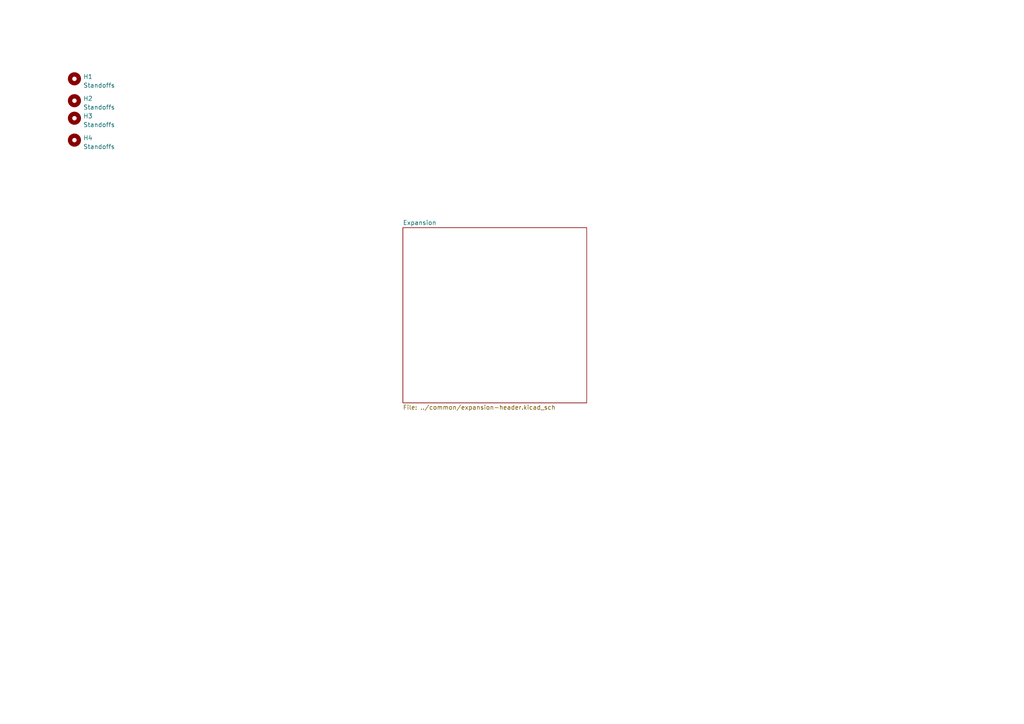
<source format=kicad_sch>
(kicad_sch (version 20230121) (generator eeschema)
  (paper "A4")
  (lib_symbols
    (symbol "Mechanical:MountingHole" (pin_names (offset 1.016))
      (property "Reference" "H" (at 0 5.08 0))
      (property "Value" "MountingHole" (at 0 3.175 0))
      (symbol "MountingHole_0_1"
        (circle (center 0 0) (radius 1.27) (stroke (width 1.27)))
      )
    )
  )
  (symbol (lib_id "Mechanical:MountingHole") (at 21.59 34.29 0) (unit 1)
    (property "Reference" "H3" (at 24.13 33.655 0) (effects (justify left)))
    (property "Value" "Standoffs" (at 24.13 36.195 0) (effects (justify left)))
    (property "Footprint" "MountingHole:MountingHole_2.5mm" (effects hide))
  )
  (symbol (lib_id "Mechanical:MountingHole") (at 21.59 40.64 0) (unit 1)
    (property "Reference" "H4" (at 24.13 40.005 0) (effects (justify left)))
    (property "Value" "Standoffs" (at 24.13 42.545 0) (effects (justify left)))
    (property "Footprint" "MountingHole:MountingHole_2.5mm" (effects hide))
  )
  (symbol (lib_id "Mechanical:MountingHole") (at 21.59 22.86 0) (unit 1)
    (property "Reference" "H1" (at 24.13 22.225 0) (effects (justify left)))
    (property "Value" "Standoffs" (at 24.13 24.765 0) (effects (justify left)))
    (property "Footprint" "MountingHole:MountingHole_2.5mm" (effects hide))
  )
  (symbol (lib_id "Mechanical:MountingHole") (at 21.59 29.21 0) (unit 1)
    (property "Reference" "H2" (at 24.13 28.575 0) (effects (justify left)))
    (property "Value" "Standoffs" (at 24.13 31.115 0) (effects (justify left)))
    (property "Footprint" "MountingHole:MountingHole_2.5mm" (effects hide))
  )
  (sheet (at 116.84 66.04) (size 53.34 50.8) (stroke (width 0.1524))
    (property "Sheetname" "Expansion" (at 116.84 65.3284 0) (effects (justify left bottom)))
    (property "Sheetfile" "../common/expansion-header.kicad_sch" (at 116.84 117.4246 0) (effects (justify left top)))
  )
)
</source>
